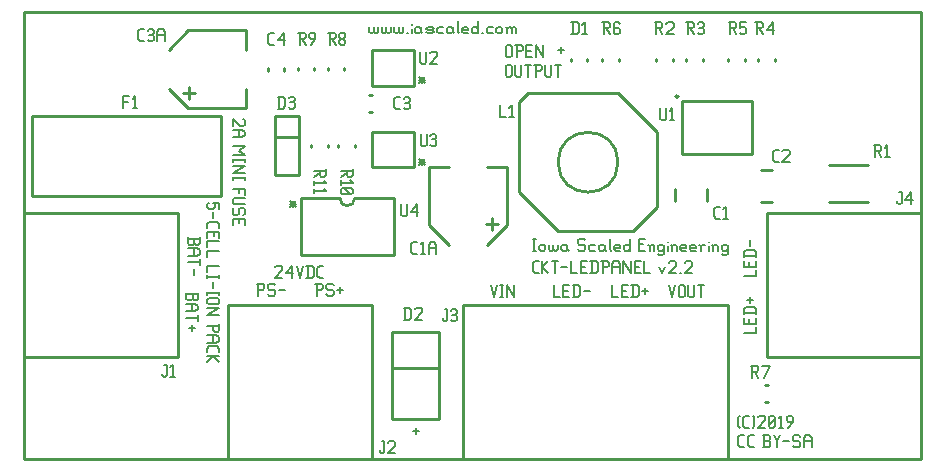
<source format=gbr>
G04 start of page 8 for group -4079 idx -4079 *
G04 Title: (unknown), topsilk *
G04 Creator: pcb 20140316 *
G04 CreationDate: Tue 07 May 2019 04:42:48 PM GMT UTC *
G04 For: ndholmes *
G04 Format: Gerber/RS-274X *
G04 PCB-Dimensions (mil): 3000.00 1500.00 *
G04 PCB-Coordinate-Origin: lower left *
%MOIN*%
%FSLAX25Y25*%
%LNTOPSILK*%
%ADD64C,0.0080*%
%ADD63C,0.0100*%
G54D63*X500Y149500D02*Y500D01*
X299500Y149500D02*Y500D01*
X500Y149500D02*X299500D01*
Y500D02*X500D01*
G54D64*X54500Y56000D02*Y54000D01*
X55000Y53500D01*
X56200D01*
X56700Y54000D02*X56200Y53500D01*
X56700Y55500D02*Y54000D01*
X54500Y55500D02*X58500D01*
Y56000D02*Y54000D01*
X58000Y53500D01*
X57200D02*X58000D01*
X56700Y54000D02*X57200Y53500D01*
X54500Y52300D02*X57500D01*
X58500Y51600D01*
Y50500D01*
X57500Y49800D01*
X54500D02*X57500D01*
X56500Y52300D02*Y49800D01*
X58500Y48600D02*Y46600D01*
X54500Y47600D02*X58500D01*
X56500Y45400D02*Y43400D01*
X55500Y44400D02*X57500D01*
X55000Y74500D02*Y72500D01*
X55500Y72000D01*
X56700D01*
X57200Y72500D02*X56700Y72000D01*
X57200Y74000D02*Y72500D01*
X55000Y74000D02*X59000D01*
Y74500D02*Y72500D01*
X58500Y72000D01*
X57700D02*X58500D01*
X57200Y72500D02*X57700Y72000D01*
X55000Y70800D02*X58000D01*
X59000Y70100D01*
Y69000D01*
X58000Y68300D01*
X55000D02*X58000D01*
X57000Y70800D02*Y68300D01*
X59000Y67100D02*Y65100D01*
X55000Y66100D02*X59000D01*
X57000Y63900D02*Y61900D01*
X73500Y114000D02*X74000Y113500D01*
Y112000D01*
X73500Y111500D01*
X72500D02*X73500D01*
X70000Y114000D02*X72500Y111500D01*
X70000Y114000D02*Y111500D01*
Y110300D02*X73000D01*
X74000Y109600D01*
Y108500D01*
X73000Y107800D01*
X70000D02*X73000D01*
X72000Y110300D02*Y107800D01*
X70000Y104800D02*X74000D01*
X72000Y103300D01*
X74000Y101800D01*
X70000D02*X74000D01*
Y100600D02*Y99600D01*
X70000Y100100D02*X74000D01*
X70000Y100600D02*Y99600D01*
Y98400D02*X74000D01*
X70000Y95900D01*
X74000D01*
Y94700D02*Y93700D01*
X70000Y94200D02*X74000D01*
X70000Y94700D02*Y93700D01*
Y90700D02*X74000D01*
Y88700D01*
X72200Y90700D02*Y89200D01*
X70500Y87500D02*X74000D01*
X70500D02*X70000Y87000D01*
Y86000D01*
X70500Y85500D01*
X74000D01*
Y82300D02*X73500Y81800D01*
X74000Y83800D02*Y82300D01*
X73500Y84300D02*X74000Y83800D01*
X72500Y84300D02*X73500D01*
X72500D02*X72000Y83800D01*
Y82300D01*
X71500Y81800D01*
X70500D02*X71500D01*
X70000Y82300D02*X70500Y81800D01*
X70000Y83800D02*Y82300D01*
X70500Y84300D02*X70000Y83800D01*
X72200Y80600D02*Y79100D01*
X70000Y80600D02*Y78600D01*
Y80600D02*X74000D01*
Y78600D01*
X65500Y86000D02*Y84000D01*
X63500Y86000D02*X65500D01*
X63500D02*X64000Y85500D01*
Y84500D01*
X63500Y84000D01*
X62000D02*X63500D01*
X61500Y84500D02*X62000Y84000D01*
X61500Y85500D02*Y84500D01*
X62000Y86000D02*X61500Y85500D01*
X63500Y82800D02*Y80800D01*
X61500Y78900D02*Y77600D01*
X62200Y79600D02*X61500Y78900D01*
X62200Y79600D02*X64800D01*
X65500Y78900D01*
Y77600D01*
X63700Y76400D02*Y74900D01*
X61500Y76400D02*Y74400D01*
Y76400D02*X65500D01*
Y74400D01*
X61500Y73200D02*X65500D01*
X61500D02*Y71200D01*
Y70000D02*X65500D01*
X61500D02*Y68000D01*
Y65000D02*X65500D01*
X61500D02*Y63000D01*
X65500Y61800D02*Y60800D01*
X61500Y61300D02*X65500D01*
X61500Y61800D02*Y60800D01*
X63500Y59600D02*Y57600D01*
X65500Y56400D02*Y55400D01*
X61500Y55900D02*X65500D01*
X61500Y56400D02*Y55400D01*
X62000Y54200D02*X65000D01*
X65500Y53700D01*
Y52700D01*
X65000Y52200D01*
X62000D02*X65000D01*
X61500Y52700D02*X62000Y52200D01*
X61500Y53700D02*Y52700D01*
X62000Y54200D02*X61500Y53700D01*
Y51000D02*X65500D01*
X61500Y48500D01*
X65500D01*
X61500Y45000D02*X65500D01*
Y45500D02*Y43500D01*
X65000Y43000D01*
X64000D02*X65000D01*
X63500Y43500D02*X64000Y43000D01*
X63500Y45000D02*Y43500D01*
X61500Y41800D02*X64500D01*
X65500Y41100D01*
Y40000D01*
X64500Y39300D01*
X61500D02*X64500D01*
X63500Y41800D02*Y39300D01*
X61500Y37400D02*Y36100D01*
X62200Y38100D02*X61500Y37400D01*
X62200Y38100D02*X64800D01*
X65500Y37400D01*
Y36100D01*
X61500Y34900D02*X65500D01*
X63500D02*X65500Y32900D01*
X63500Y34900D02*X61500Y32900D01*
X98000Y59000D02*Y55000D01*
X97500Y59000D02*X99500D01*
X100000Y58500D01*
Y57500D01*
X99500Y57000D02*X100000Y57500D01*
X98000Y57000D02*X99500D01*
X103200Y59000D02*X103700Y58500D01*
X101700Y59000D02*X103200D01*
X101200Y58500D02*X101700Y59000D01*
X101200Y58500D02*Y57500D01*
X101700Y57000D01*
X103200D01*
X103700Y56500D01*
Y55500D01*
X103200Y55000D02*X103700Y55500D01*
X101700Y55000D02*X103200D01*
X101200Y55500D02*X101700Y55000D01*
X104900Y57000D02*X106900D01*
X105900Y58000D02*Y56000D01*
X84000Y64500D02*X84500Y65000D01*
X86000D01*
X86500Y64500D01*
Y63500D01*
X84000Y61000D02*X86500Y63500D01*
X84000Y61000D02*X86500D01*
X87700Y62500D02*X89700Y65000D01*
X87700Y62500D02*X90200D01*
X89700Y65000D02*Y61000D01*
X91400Y65000D02*X92400Y61000D01*
X93400Y65000D01*
X95100D02*Y61000D01*
X96400Y65000D02*X97100Y64300D01*
Y61700D01*
X96400Y61000D02*X97100Y61700D01*
X94600Y61000D02*X96400D01*
X94600Y65000D02*X96400D01*
X99000Y61000D02*X100300D01*
X98300Y61700D02*X99000Y61000D01*
X98300Y64300D02*Y61700D01*
Y64300D02*X99000Y65000D01*
X100300D01*
X78500Y59000D02*Y55000D01*
X78000Y59000D02*X80000D01*
X80500Y58500D01*
Y57500D01*
X80000Y57000D02*X80500Y57500D01*
X78500Y57000D02*X80000D01*
X83700Y59000D02*X84200Y58500D01*
X82200Y59000D02*X83700D01*
X81700Y58500D02*X82200Y59000D01*
X81700Y58500D02*Y57500D01*
X82200Y57000D01*
X83700D01*
X84200Y56500D01*
Y55500D01*
X83700Y55000D02*X84200Y55500D01*
X82200Y55000D02*X83700D01*
X81700Y55500D02*X82200Y55000D01*
X85400Y57000D02*X87400D01*
X89000Y86500D02*X91000Y84500D01*
X89000D02*X91000Y86500D01*
X89000Y85500D02*X91000D01*
X90000Y86500D02*Y84500D01*
X178500Y137000D02*X180500D01*
X179500Y138000D02*Y136000D01*
X132250Y100500D02*X134250Y98500D01*
X132250D02*X134250Y100500D01*
X132250Y99500D02*X134250D01*
X133250Y100500D02*Y98500D01*
X132250Y128000D02*X134250Y126000D01*
X132250D02*X134250Y128000D01*
X132250Y127000D02*X134250D01*
X133250Y128000D02*Y126000D01*
X161000Y138000D02*Y135000D01*
Y138000D02*X161500Y138500D01*
X162500D01*
X163000Y138000D01*
Y135000D01*
X162500Y134500D02*X163000Y135000D01*
X161500Y134500D02*X162500D01*
X161000Y135000D02*X161500Y134500D01*
X164700Y138500D02*Y134500D01*
X164200Y138500D02*X166200D01*
X166700Y138000D01*
Y137000D01*
X166200Y136500D02*X166700Y137000D01*
X164700Y136500D02*X166200D01*
X167900Y136700D02*X169400D01*
X167900Y134500D02*X169900D01*
X167900Y138500D02*Y134500D01*
Y138500D02*X169900D01*
X171100D02*Y134500D01*
Y138500D02*X173600Y134500D01*
Y138500D02*Y134500D01*
X161000Y131500D02*Y128500D01*
Y131500D02*X161500Y132000D01*
X162500D01*
X163000Y131500D01*
Y128500D01*
X162500Y128000D02*X163000Y128500D01*
X161500Y128000D02*X162500D01*
X161000Y128500D02*X161500Y128000D01*
X164200Y132000D02*Y128500D01*
X164700Y128000D01*
X165700D01*
X166200Y128500D01*
Y132000D02*Y128500D01*
X167400Y132000D02*X169400D01*
X168400D02*Y128000D01*
X171100Y132000D02*Y128000D01*
X170600Y132000D02*X172600D01*
X173100Y131500D01*
Y130500D01*
X172600Y130000D02*X173100Y130500D01*
X171100Y130000D02*X172600D01*
X174300Y132000D02*Y128500D01*
X174800Y128000D01*
X175800D01*
X176300Y128500D01*
Y132000D02*Y128500D01*
X177500Y132000D02*X179500D01*
X178500D02*Y128000D01*
X115500Y144500D02*Y143000D01*
X116000Y142500D01*
X116500D01*
X117000Y143000D01*
Y144500D02*Y143000D01*
X117500Y142500D01*
X118000D01*
X118500Y143000D01*
Y144500D02*Y143000D01*
X119700Y144500D02*Y143000D01*
X120200Y142500D01*
X120700D01*
X121200Y143000D01*
Y144500D02*Y143000D01*
X121700Y142500D01*
X122200D01*
X122700Y143000D01*
Y144500D02*Y143000D01*
X123900Y144500D02*Y143000D01*
X124400Y142500D01*
X124900D01*
X125400Y143000D01*
Y144500D02*Y143000D01*
X125900Y142500D01*
X126400D01*
X126900Y143000D01*
Y144500D02*Y143000D01*
X128100Y142500D02*X128600D01*
X129800Y145500D02*Y145400D01*
Y144000D02*Y142500D01*
X132300Y144500D02*X132800Y144000D01*
X131300Y144500D02*X132300D01*
X130800Y144000D02*X131300Y144500D01*
X130800Y144000D02*Y143000D01*
X131300Y142500D01*
X132800Y144500D02*Y143000D01*
X133300Y142500D01*
X131300D02*X132300D01*
X132800Y143000D01*
X135000Y142500D02*X136500D01*
X137000Y143000D01*
X136500Y143500D02*X137000Y143000D01*
X135000Y143500D02*X136500D01*
X134500Y144000D02*X135000Y143500D01*
X134500Y144000D02*X135000Y144500D01*
X136500D01*
X137000Y144000D01*
X134500Y143000D02*X135000Y142500D01*
X138700Y144500D02*X140200D01*
X138200Y144000D02*X138700Y144500D01*
X138200Y144000D02*Y143000D01*
X138700Y142500D01*
X140200D01*
X142900Y144500D02*X143400Y144000D01*
X141900Y144500D02*X142900D01*
X141400Y144000D02*X141900Y144500D01*
X141400Y144000D02*Y143000D01*
X141900Y142500D01*
X143400Y144500D02*Y143000D01*
X143900Y142500D01*
X141900D02*X142900D01*
X143400Y143000D01*
X145100Y146500D02*Y143000D01*
X145600Y142500D01*
X147100D02*X148600D01*
X146600Y143000D02*X147100Y142500D01*
X146600Y144000D02*Y143000D01*
Y144000D02*X147100Y144500D01*
X148100D01*
X148600Y144000D01*
X146600Y143500D02*X148600D01*
Y144000D02*Y143500D01*
X151800Y146500D02*Y142500D01*
X151300D02*X151800Y143000D01*
X150300Y142500D02*X151300D01*
X149800Y143000D02*X150300Y142500D01*
X149800Y144000D02*Y143000D01*
Y144000D02*X150300Y144500D01*
X151300D01*
X151800Y144000D01*
X153000Y142500D02*X153500D01*
X155200Y144500D02*X156700D01*
X154700Y144000D02*X155200Y144500D01*
X154700Y144000D02*Y143000D01*
X155200Y142500D01*
X156700D01*
X157900Y144000D02*Y143000D01*
Y144000D02*X158400Y144500D01*
X159400D01*
X159900Y144000D01*
Y143000D01*
X159400Y142500D02*X159900Y143000D01*
X158400Y142500D02*X159400D01*
X157900Y143000D02*X158400Y142500D01*
X161600Y144000D02*Y142500D01*
Y144000D02*X162100Y144500D01*
X162600D01*
X163100Y144000D01*
Y142500D01*
Y144000D02*X163600Y144500D01*
X164100D01*
X164600Y144000D01*
Y142500D01*
X161100Y144500D02*X161600Y144000D01*
X156000Y58500D02*X157000Y54500D01*
X158000Y58500D01*
X159200D02*X160200D01*
X159700D02*Y54500D01*
X159200D02*X160200D01*
X161400Y58500D02*Y54500D01*
Y58500D02*X163900Y54500D01*
Y58500D02*Y54500D01*
X177000Y58500D02*Y54500D01*
X179000D01*
X180200Y56700D02*X181700D01*
X180200Y54500D02*X182200D01*
X180200Y58500D02*Y54500D01*
Y58500D02*X182200D01*
X183900D02*Y54500D01*
X185200Y58500D02*X185900Y57800D01*
Y55200D01*
X185200Y54500D02*X185900Y55200D01*
X183400Y54500D02*X185200D01*
X183400Y58500D02*X185200D01*
X187100Y56500D02*X189100D01*
X130000Y10000D02*X132000D01*
X131000Y11000D02*Y9000D01*
X240500Y42500D02*X244500D01*
Y44500D02*Y42500D01*
X242300Y47200D02*Y45700D01*
X244500Y47700D02*Y45700D01*
X240500D02*X244500D01*
X240500Y47700D02*Y45700D01*
Y49400D02*X244500D01*
X240500Y50700D02*X241200Y51400D01*
X243800D01*
X244500Y50700D02*X243800Y51400D01*
X244500Y50700D02*Y48900D01*
X240500Y50700D02*Y48900D01*
X242500Y54600D02*Y52600D01*
X241500Y53600D02*X243500D01*
X215500Y58500D02*X216500Y54500D01*
X217500Y58500D01*
X218700Y58000D02*Y55000D01*
Y58000D02*X219200Y58500D01*
X220200D01*
X220700Y58000D01*
Y55000D01*
X220200Y54500D02*X220700Y55000D01*
X219200Y54500D02*X220200D01*
X218700Y55000D02*X219200Y54500D01*
X221900Y58500D02*Y55000D01*
X222400Y54500D01*
X223400D01*
X223900Y55000D01*
Y58500D02*Y55000D01*
X225100Y58500D02*X227100D01*
X226100D02*Y54500D01*
X196500Y58500D02*Y54500D01*
X198500D01*
X199700Y56700D02*X201200D01*
X199700Y54500D02*X201700D01*
X199700Y58500D02*Y54500D01*
Y58500D02*X201700D01*
X203400D02*Y54500D01*
X204700Y58500D02*X205400Y57800D01*
Y55200D01*
X204700Y54500D02*X205400Y55200D01*
X202900Y54500D02*X204700D01*
X202900Y58500D02*X204700D01*
X206600Y56500D02*X208600D01*
X207600Y57500D02*Y55500D01*
X170000Y74000D02*X171000D01*
X170500D02*Y70000D01*
X170000D02*X171000D01*
X172200Y71500D02*Y70500D01*
Y71500D02*X172700Y72000D01*
X173700D01*
X174200Y71500D01*
Y70500D01*
X173700Y70000D02*X174200Y70500D01*
X172700Y70000D02*X173700D01*
X172200Y70500D02*X172700Y70000D01*
X175400Y72000D02*Y70500D01*
X175900Y70000D01*
X176400D01*
X176900Y70500D01*
Y72000D02*Y70500D01*
X177400Y70000D01*
X177900D01*
X178400Y70500D01*
Y72000D02*Y70500D01*
X181100Y72000D02*X181600Y71500D01*
X180100Y72000D02*X181100D01*
X179600Y71500D02*X180100Y72000D01*
X179600Y71500D02*Y70500D01*
X180100Y70000D01*
X181600Y72000D02*Y70500D01*
X182100Y70000D01*
X180100D02*X181100D01*
X181600Y70500D01*
X187100Y74000D02*X187600Y73500D01*
X185600Y74000D02*X187100D01*
X185100Y73500D02*X185600Y74000D01*
X185100Y73500D02*Y72500D01*
X185600Y72000D01*
X187100D01*
X187600Y71500D01*
Y70500D01*
X187100Y70000D02*X187600Y70500D01*
X185600Y70000D02*X187100D01*
X185100Y70500D02*X185600Y70000D01*
X189300Y72000D02*X190800D01*
X188800Y71500D02*X189300Y72000D01*
X188800Y71500D02*Y70500D01*
X189300Y70000D01*
X190800D01*
X193500Y72000D02*X194000Y71500D01*
X192500Y72000D02*X193500D01*
X192000Y71500D02*X192500Y72000D01*
X192000Y71500D02*Y70500D01*
X192500Y70000D01*
X194000Y72000D02*Y70500D01*
X194500Y70000D01*
X192500D02*X193500D01*
X194000Y70500D01*
X195700Y74000D02*Y70500D01*
X196200Y70000D01*
X197700D02*X199200D01*
X197200Y70500D02*X197700Y70000D01*
X197200Y71500D02*Y70500D01*
Y71500D02*X197700Y72000D01*
X198700D01*
X199200Y71500D01*
X197200Y71000D02*X199200D01*
Y71500D02*Y71000D01*
X202400Y74000D02*Y70000D01*
X201900D02*X202400Y70500D01*
X200900Y70000D02*X201900D01*
X200400Y70500D02*X200900Y70000D01*
X200400Y71500D02*Y70500D01*
Y71500D02*X200900Y72000D01*
X201900D01*
X202400Y71500D01*
X205400Y72200D02*X206900D01*
X205400Y70000D02*X207400D01*
X205400Y74000D02*Y70000D01*
Y74000D02*X207400D01*
X209100Y71500D02*Y70000D01*
Y71500D02*X209600Y72000D01*
X210100D01*
X210600Y71500D01*
Y70000D01*
X208600Y72000D02*X209100Y71500D01*
X213300Y72000D02*X213800Y71500D01*
X212300Y72000D02*X213300D01*
X211800Y71500D02*X212300Y72000D01*
X211800Y71500D02*Y70500D01*
X212300Y70000D01*
X213300D01*
X213800Y70500D01*
X211800Y69000D02*X212300Y68500D01*
X213300D01*
X213800Y69000D01*
Y72000D02*Y69000D01*
X215000Y73000D02*Y72900D01*
Y71500D02*Y70000D01*
X216500Y71500D02*Y70000D01*
Y71500D02*X217000Y72000D01*
X217500D01*
X218000Y71500D01*
Y70000D01*
X216000Y72000D02*X216500Y71500D01*
X219700Y70000D02*X221200D01*
X219200Y70500D02*X219700Y70000D01*
X219200Y71500D02*Y70500D01*
Y71500D02*X219700Y72000D01*
X220700D01*
X221200Y71500D01*
X219200Y71000D02*X221200D01*
Y71500D02*Y71000D01*
X222900Y70000D02*X224400D01*
X222400Y70500D02*X222900Y70000D01*
X222400Y71500D02*Y70500D01*
Y71500D02*X222900Y72000D01*
X223900D01*
X224400Y71500D01*
X222400Y71000D02*X224400D01*
Y71500D02*Y71000D01*
X226100Y71500D02*Y70000D01*
Y71500D02*X226600Y72000D01*
X227600D01*
X225600D02*X226100Y71500D01*
X228800Y73000D02*Y72900D01*
Y71500D02*Y70000D01*
X230300Y71500D02*Y70000D01*
Y71500D02*X230800Y72000D01*
X231300D01*
X231800Y71500D01*
Y70000D01*
X229800Y72000D02*X230300Y71500D01*
X234500Y72000D02*X235000Y71500D01*
X233500Y72000D02*X234500D01*
X233000Y71500D02*X233500Y72000D01*
X233000Y71500D02*Y70500D01*
X233500Y70000D01*
X234500D01*
X235000Y70500D01*
X233000Y69000D02*X233500Y68500D01*
X234500D01*
X235000Y69000D01*
Y72000D02*Y69000D01*
X170700Y62500D02*X172000D01*
X170000Y63200D02*X170700Y62500D01*
X170000Y65800D02*Y63200D01*
Y65800D02*X170700Y66500D01*
X172000D01*
X173200D02*Y62500D01*
Y64500D02*X175200Y66500D01*
X173200Y64500D02*X175200Y62500D01*
X176400Y66500D02*X178400D01*
X177400D02*Y62500D01*
X179600Y64500D02*X181600D01*
X182800Y66500D02*Y62500D01*
X184800D01*
X186000Y64700D02*X187500D01*
X186000Y62500D02*X188000D01*
X186000Y66500D02*Y62500D01*
Y66500D02*X188000D01*
X189700D02*Y62500D01*
X191000Y66500D02*X191700Y65800D01*
Y63200D01*
X191000Y62500D02*X191700Y63200D01*
X189200Y62500D02*X191000D01*
X189200Y66500D02*X191000D01*
X193400D02*Y62500D01*
X192900Y66500D02*X194900D01*
X195400Y66000D01*
Y65000D01*
X194900Y64500D02*X195400Y65000D01*
X193400Y64500D02*X194900D01*
X196600Y65500D02*Y62500D01*
Y65500D02*X197300Y66500D01*
X198400D01*
X199100Y65500D01*
Y62500D01*
X196600Y64500D02*X199100D01*
X200300Y66500D02*Y62500D01*
Y66500D02*X202800Y62500D01*
Y66500D02*Y62500D01*
X204000Y64700D02*X205500D01*
X204000Y62500D02*X206000D01*
X204000Y66500D02*Y62500D01*
Y66500D02*X206000D01*
X207200D02*Y62500D01*
X209200D01*
X212200Y64500D02*X213200Y62500D01*
X214200Y64500D02*X213200Y62500D01*
X215400Y66000D02*X215900Y66500D01*
X217400D01*
X217900Y66000D01*
Y65000D01*
X215400Y62500D02*X217900Y65000D01*
X215400Y62500D02*X217900D01*
X219100D02*X219600D01*
X220800Y66000D02*X221300Y66500D01*
X222800D01*
X223300Y66000D01*
Y65000D01*
X220800Y62500D02*X223300Y65000D01*
X220800Y62500D02*X223300D01*
X240500Y61500D02*X244500D01*
Y63500D02*Y61500D01*
X242300Y66200D02*Y64700D01*
X244500Y66700D02*Y64700D01*
X240500D02*X244500D01*
X240500Y66700D02*Y64700D01*
Y68400D02*X244500D01*
X240500Y69700D02*X241200Y70400D01*
X243800D01*
X244500Y69700D02*X243800Y70400D01*
X244500Y69700D02*Y67900D01*
X240500Y69700D02*Y67900D01*
X242500Y73600D02*Y71600D01*
X238500Y11500D02*X239000Y11000D01*
X238500Y14500D02*X239000Y15000D01*
X238500Y14500D02*Y11500D01*
X240900Y11000D02*X242200D01*
X240200Y11700D02*X240900Y11000D01*
X240200Y14300D02*Y11700D01*
Y14300D02*X240900Y15000D01*
X242200D01*
X243400D02*X243900Y14500D01*
Y11500D01*
X243400Y11000D02*X243900Y11500D01*
X245100Y14500D02*X245600Y15000D01*
X247100D01*
X247600Y14500D01*
Y13500D01*
X245100Y11000D02*X247600Y13500D01*
X245100Y11000D02*X247600D01*
X248800Y11500D02*X249300Y11000D01*
X248800Y14500D02*Y11500D01*
Y14500D02*X249300Y15000D01*
X250300D01*
X250800Y14500D01*
Y11500D01*
X250300Y11000D02*X250800Y11500D01*
X249300Y11000D02*X250300D01*
X248800Y12000D02*X250800Y14000D01*
X252000Y14200D02*X252800Y15000D01*
Y11000D01*
X252000D02*X253500D01*
X255200D02*X256700Y13000D01*
Y14500D02*Y13000D01*
X256200Y15000D02*X256700Y14500D01*
X255200Y15000D02*X256200D01*
X254700Y14500D02*X255200Y15000D01*
X254700Y14500D02*Y13500D01*
X255200Y13000D01*
X256700D01*
X239200Y4500D02*X240500D01*
X238500Y5200D02*X239200Y4500D01*
X238500Y7800D02*Y5200D01*
Y7800D02*X239200Y8500D01*
X240500D01*
X242400Y4500D02*X243700D01*
X241700Y5200D02*X242400Y4500D01*
X241700Y7800D02*Y5200D01*
Y7800D02*X242400Y8500D01*
X243700D01*
X246700Y4500D02*X248700D01*
X249200Y5000D01*
Y6200D02*Y5000D01*
X248700Y6700D02*X249200Y6200D01*
X247200Y6700D02*X248700D01*
X247200Y8500D02*Y4500D01*
X246700Y8500D02*X248700D01*
X249200Y8000D01*
Y7200D01*
X248700Y6700D02*X249200Y7200D01*
X250400Y8500D02*X251400Y6500D01*
X252400Y8500D01*
X251400Y6500D02*Y4500D01*
X253600Y6500D02*X255600D01*
X258800Y8500D02*X259300Y8000D01*
X257300Y8500D02*X258800D01*
X256800Y8000D02*X257300Y8500D01*
X256800Y8000D02*Y7000D01*
X257300Y6500D01*
X258800D01*
X259300Y6000D01*
Y5000D01*
X258800Y4500D02*X259300Y5000D01*
X257300Y4500D02*X258800D01*
X256800Y5000D02*X257300Y4500D01*
X260500Y7500D02*Y4500D01*
Y7500D02*X261200Y8500D01*
X262300D01*
X263000Y7500D01*
Y4500D01*
X260500Y6500D02*X263000D01*
G54D63*X240755Y133893D02*Y133107D01*
X235245Y133893D02*Y133107D01*
X245245Y133893D02*Y133107D01*
X250755Y133893D02*Y133107D01*
X246032Y86186D02*X249968D01*
X246032Y96814D02*X249968D01*
X268976Y98600D02*X281976D01*
X268976Y86400D02*X281976D01*
X219689Y119858D02*X243311D01*
Y102142D01*
X219689D01*
Y119858D01*
X217689Y121358D02*G75*G03X217689Y121358I500J0D01*G01*
X247607Y19745D02*X248393D01*
X247607Y25255D02*X248393D01*
X248189Y34484D02*X299370D01*
X248189Y82516D02*Y34484D01*
Y82516D02*X299370D01*
Y34484D01*
X630Y82516D02*X51811D01*
Y34484D01*
X630D02*X51811D01*
X630Y82516D02*Y34484D01*
X3000Y114750D02*X66000D01*
Y88250D01*
X3000D02*X66000D01*
X3000Y114750D02*Y88250D01*
X74649Y124004D02*Y117508D01*
Y143492D02*Y136996D01*
X55161Y143492D02*X74649D01*
X55161Y117508D02*X74649D01*
X55161Y143492D02*X48665Y136996D01*
X55161Y117508D02*X48665Y124004D01*
X55657Y124500D02*Y120500D01*
X53657Y122500D02*X57657D01*
X217591Y90468D02*Y86532D01*
X228219Y90468D02*Y86532D01*
X178500Y76500D02*X203500D01*
X178500D02*X165500Y89500D01*
Y119500D02*Y89500D01*
Y119500D02*X168500Y122500D01*
X198500D01*
X211500Y109500D01*
Y84500D01*
X203500Y76500D01*
X198500Y99500D02*G75*G03X198500Y99500I-10000J0D01*G01*
X198755Y133893D02*Y133107D01*
X193245Y133893D02*Y133107D01*
X226755Y133893D02*Y133107D01*
X221245Y133893D02*Y133107D01*
X211245Y133893D02*Y133107D01*
X216755Y133893D02*Y133107D01*
X116500Y125000D02*X130400D01*
Y136800D02*Y125000D01*
X116500Y136800D02*X130400D01*
X116500D02*Y125000D01*
X182745Y133893D02*Y133107D01*
X188255Y133893D02*Y133107D01*
X146906Y51811D02*Y630D01*
Y51811D02*X235094D01*
Y630D01*
X146906D02*X235094D01*
X123126Y43067D02*Y13933D01*
Y43067D02*X138874D01*
Y13933D01*
X123126D02*X138874D01*
X123126Y30900D02*X138874D01*
X68484Y51811D02*Y630D01*
Y51811D02*X116516D01*
Y630D01*
X68484D02*X116516D01*
X92750Y87500D02*Y68500D01*
X123750D01*
Y87500D02*Y68500D01*
X92750Y87500D02*X105750D01*
X110750D02*X123750D01*
X105750D02*G75*G03X110750Y87500I2500J0D01*G01*
X116500Y97750D02*X130400D01*
Y109550D02*Y97750D01*
X116500Y109550D02*X130400D01*
X116500D02*Y97750D01*
X84000Y114800D02*Y95100D01*
X92000Y114800D02*Y95100D01*
X84000Y114800D02*X92000D01*
X84000Y95100D02*X92000D01*
X84000Y108000D02*X92000D01*
X115607Y121755D02*X116393D01*
X115607Y116245D02*X116393D01*
X105245Y105393D02*Y104607D01*
X110755Y105393D02*Y104607D01*
X101755Y105393D02*Y104607D01*
X96245Y105393D02*Y104607D01*
X154996Y97992D02*X161492D01*
X135508D02*X142004D01*
X135508D02*Y78504D01*
X161492Y97992D02*Y78504D01*
X135508D02*X142004Y72008D01*
X161492Y78504D02*X154996Y72008D01*
X154500Y79000D02*X158500D01*
X156500Y81000D02*Y77000D01*
X91745Y130893D02*Y130107D01*
X97255Y130893D02*Y130107D01*
X87255Y130850D02*Y130064D01*
X81745Y130850D02*Y130064D01*
X107255Y130936D02*Y130150D01*
X101745Y130936D02*Y130150D01*
G54D64*X235393Y146150D02*X237393D01*
X237893Y145650D01*
Y144650D01*
X237393Y144150D02*X237893Y144650D01*
X235893Y144150D02*X237393D01*
X235893Y146150D02*Y142150D01*
X236693Y144150D02*X237893Y142150D01*
X239093Y146150D02*X241093D01*
X239093D02*Y144150D01*
X239593Y144650D01*
X240593D01*
X241093Y144150D01*
Y142650D01*
X240593Y142150D02*X241093Y142650D01*
X239593Y142150D02*X240593D01*
X239093Y142650D02*X239593Y142150D01*
X244307Y146150D02*X246307D01*
X246807Y145650D01*
Y144650D01*
X246307Y144150D02*X246807Y144650D01*
X244807Y144150D02*X246307D01*
X244807Y146150D02*Y142150D01*
X245607Y144150D02*X246807Y142150D01*
X248007Y143650D02*X250007Y146150D01*
X248007Y143650D02*X250507D01*
X250007Y146150D02*Y142150D01*
X250740Y99650D02*X252040D01*
X250040Y100350D02*X250740Y99650D01*
X250040Y102950D02*Y100350D01*
Y102950D02*X250740Y103650D01*
X252040D01*
X253240Y103150D02*X253740Y103650D01*
X255240D01*
X255740Y103150D01*
Y102150D01*
X253240Y99650D02*X255740Y102150D01*
X253240Y99650D02*X255740D01*
X283826Y105150D02*X285826D01*
X286326Y104650D01*
Y103650D01*
X285826Y103150D02*X286326Y103650D01*
X284326Y103150D02*X285826D01*
X284326Y105150D02*Y101150D01*
X285126Y103150D02*X286326Y101150D01*
X287526Y104350D02*X288326Y105150D01*
Y101150D01*
X287526D02*X289026D01*
X212500Y117500D02*Y114000D01*
X213000Y113500D01*
X214000D01*
X214500Y114000D01*
Y117500D02*Y114000D01*
X215700Y116700D02*X216500Y117500D01*
Y113500D01*
X215700D02*X217200D01*
X231050Y80745D02*X232350D01*
X230350Y81445D02*X231050Y80745D01*
X230350Y84045D02*Y81445D01*
Y84045D02*X231050Y84745D01*
X232350D01*
X233550Y83945D02*X234350Y84745D01*
Y80745D01*
X233550D02*X235050D01*
X292200Y89500D02*X293000D01*
Y86000D01*
X292500Y85500D02*X293000Y86000D01*
X292000Y85500D02*X292500D01*
X291500Y86000D02*X292000Y85500D01*
X291500Y86500D02*Y86000D01*
X294200Y87000D02*X296200Y89500D01*
X294200Y87000D02*X296700D01*
X296200Y89500D02*Y85500D01*
X193307Y146150D02*X195307D01*
X195807Y145650D01*
Y144650D01*
X195307Y144150D02*X195807Y144650D01*
X193807Y144150D02*X195307D01*
X193807Y146150D02*Y142150D01*
X194607Y144150D02*X195807Y142150D01*
X198507Y146150D02*X199007Y145650D01*
X197507Y146150D02*X198507D01*
X197007Y145650D02*X197507Y146150D01*
X197007Y145650D02*Y142650D01*
X197507Y142150D01*
X198507Y144350D02*X199007Y143850D01*
X197007Y144350D02*X198507D01*
X197507Y142150D02*X198507D01*
X199007Y142650D01*
Y143850D02*Y142650D01*
X221307Y146150D02*X223307D01*
X223807Y145650D01*
Y144650D01*
X223307Y144150D02*X223807Y144650D01*
X221807Y144150D02*X223307D01*
X221807Y146150D02*Y142150D01*
X222607Y144150D02*X223807Y142150D01*
X225007Y145650D02*X225507Y146150D01*
X226507D01*
X227007Y145650D01*
X226507Y142150D02*X227007Y142650D01*
X225507Y142150D02*X226507D01*
X225007Y142650D02*X225507Y142150D01*
Y144350D02*X226507D01*
X227007Y145650D02*Y144850D01*
Y143850D02*Y142650D01*
Y143850D02*X226507Y144350D01*
X227007Y144850D02*X226507Y144350D01*
X210807Y146107D02*X212807D01*
X213307Y145607D01*
Y144607D01*
X212807Y144107D02*X213307Y144607D01*
X211307Y144107D02*X212807D01*
X211307Y146107D02*Y142107D01*
X212107Y144107D02*X213307Y142107D01*
X214507Y145607D02*X215007Y146107D01*
X216507D01*
X217007Y145607D01*
Y144607D01*
X214507Y142107D02*X217007Y144607D01*
X214507Y142107D02*X217007D01*
X183436Y146150D02*Y142150D01*
X184736Y146150D02*X185436Y145450D01*
Y142850D01*
X184736Y142150D02*X185436Y142850D01*
X182936Y142150D02*X184736D01*
X182936Y146150D02*X184736D01*
X186636Y145350D02*X187436Y146150D01*
Y142150D01*
X186636D02*X188136D01*
X33500Y121500D02*Y117500D01*
Y121500D02*X35500D01*
X33500Y119700D02*X35000D01*
X36700Y120700D02*X37500Y121500D01*
Y117500D01*
X36700D02*X38200D01*
X39200Y139843D02*X40500D01*
X38500Y140543D02*X39200Y139843D01*
X38500Y143143D02*Y140543D01*
Y143143D02*X39200Y143843D01*
X40500D01*
X41700Y143343D02*X42200Y143843D01*
X43200D01*
X43700Y143343D01*
X43200Y139843D02*X43700Y140343D01*
X42200Y139843D02*X43200D01*
X41700Y140343D02*X42200Y139843D01*
Y142043D02*X43200D01*
X43700Y143343D02*Y142543D01*
Y141543D02*Y140343D01*
Y141543D02*X43200Y142043D01*
X43700Y142543D02*X43200Y142043D01*
X44900Y142843D02*Y139843D01*
Y142843D02*X45600Y143843D01*
X46700D01*
X47400Y142843D01*
Y139843D01*
X44900Y141843D02*X47400D01*
X242807Y31607D02*X244807D01*
X245307Y31107D01*
Y30107D01*
X244807Y29607D02*X245307Y30107D01*
X243307Y29607D02*X244807D01*
X243307Y31607D02*Y27607D01*
X244107Y29607D02*X245307Y27607D01*
X247007D02*X249007Y31607D01*
X246507D02*X249007D01*
X119700Y6500D02*X120500D01*
Y3000D01*
X120000Y2500D02*X120500Y3000D01*
X119500Y2500D02*X120000D01*
X119000Y3000D02*X119500Y2500D01*
X119000Y3500D02*Y3000D01*
X121700Y6000D02*X122200Y6500D01*
X123700D01*
X124200Y6000D01*
Y5000D01*
X121700Y2500D02*X124200Y5000D01*
X121700Y2500D02*X124200D01*
X47200Y32000D02*X48000D01*
Y28500D01*
X47500Y28000D02*X48000Y28500D01*
X47000Y28000D02*X47500D01*
X46500Y28500D02*X47000Y28000D01*
X46500Y29000D02*Y28500D01*
X49200Y31200D02*X50000Y32000D01*
Y28000D01*
X49200D02*X50700D01*
X140700Y50500D02*X141500D01*
Y47000D01*
X141000Y46500D02*X141500Y47000D01*
X140500Y46500D02*X141000D01*
X140000Y47000D02*X140500Y46500D01*
X140000Y47500D02*Y47000D01*
X142700Y50000D02*X143200Y50500D01*
X144200D01*
X144700Y50000D01*
X144200Y46500D02*X144700Y47000D01*
X143200Y46500D02*X144200D01*
X142700Y47000D02*X143200Y46500D01*
Y48700D02*X144200D01*
X144700Y50000D02*Y49200D01*
Y48200D02*Y47000D01*
Y48200D02*X144200Y48700D01*
X144700Y49200D02*X144200Y48700D01*
X127500Y51000D02*Y47000D01*
X128800Y51000D02*X129500Y50300D01*
Y47700D01*
X128800Y47000D02*X129500Y47700D01*
X127000Y47000D02*X128800D01*
X127000Y51000D02*X128800D01*
X130700Y50500D02*X131200Y51000D01*
X132700D01*
X133200Y50500D01*
Y49500D01*
X130700Y47000D02*X133200Y49500D01*
X130700Y47000D02*X133200D01*
X159000Y118500D02*Y114500D01*
X161000D01*
X162200Y117700D02*X163000Y118500D01*
Y114500D01*
X162200D02*X163700D01*
X132750Y108905D02*Y105405D01*
X133250Y104905D01*
X134250D01*
X134750Y105405D01*
Y108905D02*Y105405D01*
X135950Y108405D02*X136450Y108905D01*
X137450D01*
X137950Y108405D01*
X137450Y104905D02*X137950Y105405D01*
X136450Y104905D02*X137450D01*
X135950Y105405D02*X136450Y104905D01*
Y107105D02*X137450D01*
X137950Y108405D02*Y107605D01*
Y106605D02*Y105405D01*
Y106605D02*X137450Y107105D01*
X137950Y107605D02*X137450Y107105D01*
X132600Y136300D02*Y132800D01*
X133100Y132300D01*
X134100D01*
X134600Y132800D01*
Y136300D02*Y132800D01*
X135800Y135800D02*X136300Y136300D01*
X137800D01*
X138300Y135800D01*
Y134800D01*
X135800Y132300D02*X138300Y134800D01*
X135800Y132300D02*X138300D01*
X91902Y142650D02*X93902D01*
X94402Y142150D01*
Y141150D01*
X93902Y140650D02*X94402Y141150D01*
X92402Y140650D02*X93902D01*
X92402Y142650D02*Y138650D01*
X93202Y140650D02*X94402Y138650D01*
X96102D02*X97602Y140650D01*
Y142150D02*Y140650D01*
X97102Y142650D02*X97602Y142150D01*
X96102Y142650D02*X97102D01*
X95602Y142150D02*X96102Y142650D01*
X95602Y142150D02*Y141150D01*
X96102Y140650D01*
X97602D01*
X82550Y138607D02*X83850D01*
X81850Y139307D02*X82550Y138607D01*
X81850Y141907D02*Y139307D01*
Y141907D02*X82550Y142607D01*
X83850D01*
X85050Y140107D02*X87050Y142607D01*
X85050Y140107D02*X87550D01*
X87050Y142607D02*Y138607D01*
X101893Y142607D02*X103893D01*
X104393Y142107D01*
Y141107D01*
X103893Y140607D02*X104393Y141107D01*
X102393Y140607D02*X103893D01*
X102393Y142607D02*Y138607D01*
X103193Y140607D02*X104393Y138607D01*
X105593Y139107D02*X106093Y138607D01*
X105593Y139907D02*Y139107D01*
Y139907D02*X106293Y140607D01*
X106893D01*
X107593Y139907D01*
Y139107D01*
X107093Y138607D02*X107593Y139107D01*
X106093Y138607D02*X107093D01*
X105593Y141307D02*X106293Y140607D01*
X105593Y142107D02*Y141307D01*
Y142107D02*X106093Y142607D01*
X107093D01*
X107593Y142107D01*
Y141307D01*
X106893Y140607D02*X107593Y141307D01*
X85600Y121400D02*Y117400D01*
X86900Y121400D02*X87600Y120700D01*
Y118100D01*
X86900Y117400D02*X87600Y118100D01*
X85100Y117400D02*X86900D01*
X85100Y121400D02*X86900D01*
X88800Y120900D02*X89300Y121400D01*
X90300D01*
X90800Y120900D01*
X90300Y117400D02*X90800Y117900D01*
X89300Y117400D02*X90300D01*
X88800Y117900D02*X89300Y117400D01*
Y119600D02*X90300D01*
X90800Y120900D02*Y120100D01*
Y119100D02*Y117900D01*
Y119100D02*X90300Y119600D01*
X90800Y120100D02*X90300Y119600D01*
X124550Y117150D02*X125850D01*
X123850Y117850D02*X124550Y117150D01*
X123850Y120450D02*Y117850D01*
Y120450D02*X124550Y121150D01*
X125850D01*
X127050Y120650D02*X127550Y121150D01*
X128550D01*
X129050Y120650D01*
X128550Y117150D02*X129050Y117650D01*
X127550Y117150D02*X128550D01*
X127050Y117650D02*X127550Y117150D01*
Y119350D02*X128550D01*
X129050Y120650D02*Y119850D01*
Y118850D02*Y117650D01*
Y118850D02*X128550Y119350D01*
X129050Y119850D02*X128550Y119350D01*
X126250Y85500D02*Y82000D01*
X126750Y81500D01*
X127750D01*
X128250Y82000D01*
Y85500D02*Y82000D01*
X129450Y83000D02*X131450Y85500D01*
X129450Y83000D02*X131950D01*
X131450Y85500D02*Y81500D01*
X110055Y97245D02*Y95245D01*
X109555Y94745D01*
X108555D02*X109555D01*
X108055Y95245D02*X108555Y94745D01*
X108055Y96745D02*Y95245D01*
X106055Y96745D02*X110055D01*
X108055Y95945D02*X106055Y94745D01*
X109255Y93545D02*X110055Y92745D01*
X106055D02*X110055D01*
X106055Y93545D02*Y92045D01*
X106555Y90845D02*X106055Y90345D01*
X106555Y90845D02*X109555D01*
X110055Y90345D01*
Y89345D01*
X109555Y88845D01*
X106555D02*X109555D01*
X106055Y89345D02*X106555Y88845D01*
X106055Y90345D02*Y89345D01*
X107055Y90845D02*X109055Y88845D01*
X101150Y97107D02*Y95107D01*
X100650Y94607D01*
X99650D02*X100650D01*
X99150Y95107D02*X99650Y94607D01*
X99150Y96607D02*Y95107D01*
X97150Y96607D02*X101150D01*
X99150Y95807D02*X97150Y94607D01*
X100350Y93407D02*X101150Y92607D01*
X97150D02*X101150D01*
X97150Y93407D02*Y91907D01*
X100350Y90707D02*X101150Y89907D01*
X97150D02*X101150D01*
X97150Y90707D02*Y89207D01*
X130200Y69000D02*X131500D01*
X129500Y69700D02*X130200Y69000D01*
X129500Y72300D02*Y69700D01*
Y72300D02*X130200Y73000D01*
X131500D01*
X132700Y72200D02*X133500Y73000D01*
Y69000D01*
X132700D02*X134200D01*
X135400Y72000D02*Y69000D01*
Y72000D02*X136100Y73000D01*
X137200D01*
X137900Y72000D01*
Y69000D01*
X135400Y71000D02*X137900D01*
M02*

</source>
